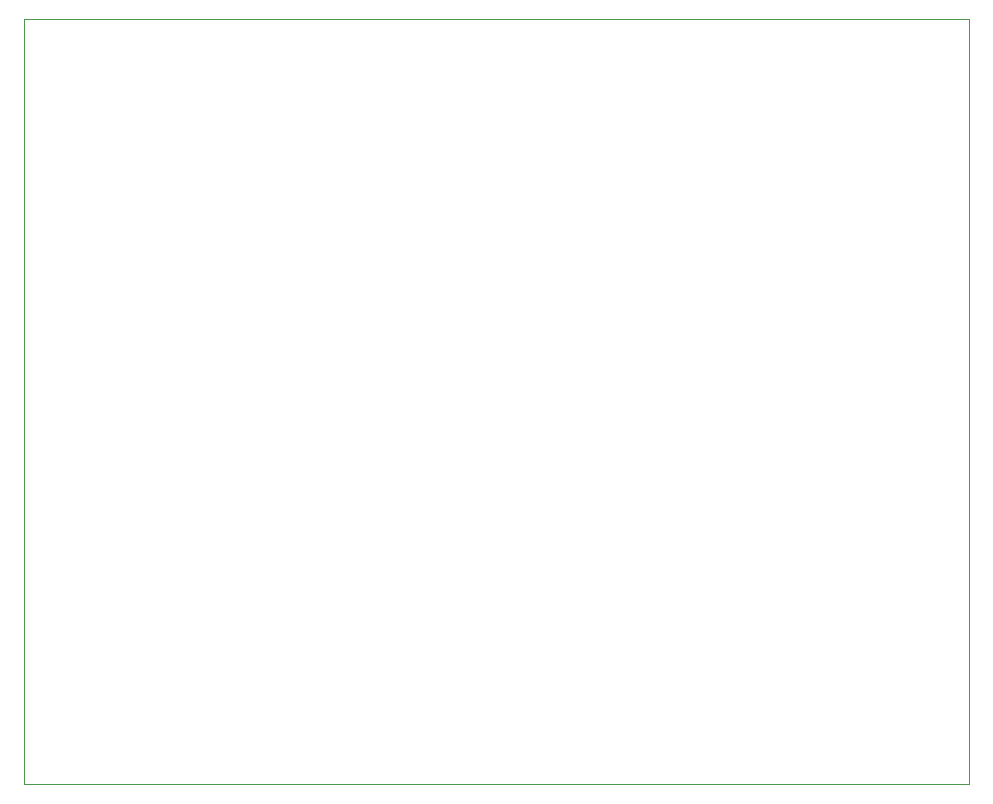
<source format=gbr>
G04 (created by PCBNEW (2013-june-11)-stable) date Thu 24 May 2018 16:45:18 EDT*
%MOIN*%
G04 Gerber Fmt 3.4, Leading zero omitted, Abs format*
%FSLAX34Y34*%
G01*
G70*
G90*
G04 APERTURE LIST*
%ADD10C,0.00590551*%
%ADD11C,0.00393701*%
G04 APERTURE END LIST*
G54D10*
G54D11*
X33000Y-66000D02*
X64500Y-66000D01*
X33000Y-40500D02*
X33000Y-66000D01*
X64500Y-40500D02*
X33000Y-40500D01*
X64500Y-66000D02*
X64500Y-40500D01*
M02*

</source>
